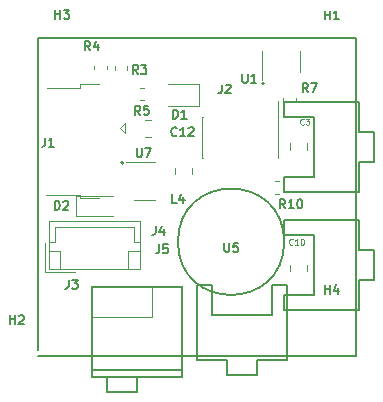
<source format=gbr>
G04 #@! TF.GenerationSoftware,KiCad,Pcbnew,(5.0.1)-rc2*
G04 #@! TF.CreationDate,2019-05-10T17:14:01-07:00*
G04 #@! TF.ProjectId,bullercounter,62756C6C6572636F756E7465722E6B69,rev?*
G04 #@! TF.SameCoordinates,Original*
G04 #@! TF.FileFunction,Legend,Top*
G04 #@! TF.FilePolarity,Positive*
%FSLAX46Y46*%
G04 Gerber Fmt 4.6, Leading zero omitted, Abs format (unit mm)*
G04 Created by KiCad (PCBNEW (5.0.1)-rc2) date 5/10/2019 5:14:01 PM*
%MOMM*%
%LPD*%
G01*
G04 APERTURE LIST*
%ADD10C,0.200000*%
%ADD11C,0.150000*%
%ADD12C,0.120000*%
%ADD13C,0.100000*%
G04 APERTURE END LIST*
D10*
X206756000Y-130048000D02*
X179832000Y-130048000D01*
X206756000Y-103124000D02*
X206756000Y-130048000D01*
X179832000Y-103124000D02*
X206756000Y-103124000D01*
X179832000Y-129540000D02*
X179832000Y-103124000D01*
D11*
G04 #@! TO.C,U5*
X200720000Y-120416000D02*
G75*
G03X200720000Y-120416000I-4500000J0D01*
G01*
G04 #@! TO.C,SW4*
X198414000Y-131655820D02*
X198414000Y-130385820D01*
X200954000Y-130385820D02*
X198414000Y-130385820D01*
X200954000Y-124035820D02*
X200954000Y-130385820D01*
X199684000Y-124035820D02*
X200954000Y-124035820D01*
X199684000Y-126575820D02*
X199684000Y-124035820D01*
X194604000Y-126575820D02*
X199684000Y-126575820D01*
X194604000Y-124035820D02*
X194604000Y-126575820D01*
X193334000Y-124035820D02*
X194604000Y-124035820D01*
X193334000Y-130385820D02*
X193334000Y-124035820D01*
X195874000Y-130385820D02*
X193334000Y-130385820D01*
X195874000Y-131655820D02*
X195874000Y-130385820D01*
X198414000Y-131655820D02*
X195874000Y-131655820D01*
G04 #@! TO.C,SW5*
X208280000Y-121142000D02*
X207010000Y-121142000D01*
X207010000Y-118602000D02*
X207010000Y-121142000D01*
X200660000Y-118602000D02*
X207010000Y-118602000D01*
X200660000Y-119872000D02*
X200660000Y-118602000D01*
X203200000Y-119872000D02*
X200660000Y-119872000D01*
X203200000Y-124952000D02*
X203200000Y-119872000D01*
X200660000Y-124952000D02*
X203200000Y-124952000D01*
X200660000Y-126222000D02*
X200660000Y-124952000D01*
X207010000Y-126222000D02*
X200660000Y-126222000D01*
X207010000Y-123682000D02*
X207010000Y-126222000D01*
X208280000Y-123682000D02*
X207010000Y-123682000D01*
X208280000Y-121142000D02*
X208280000Y-123682000D01*
G04 #@! TO.C,SW3*
X208280000Y-111109000D02*
X207010000Y-111109000D01*
X207010000Y-108569000D02*
X207010000Y-111109000D01*
X200660000Y-108569000D02*
X207010000Y-108569000D01*
X200660000Y-109839000D02*
X200660000Y-108569000D01*
X203200000Y-109839000D02*
X200660000Y-109839000D01*
X203200000Y-114919000D02*
X203200000Y-109839000D01*
X200660000Y-114919000D02*
X203200000Y-114919000D01*
X200660000Y-116189000D02*
X200660000Y-114919000D01*
X207010000Y-116189000D02*
X200660000Y-116189000D01*
X207010000Y-113649000D02*
X207010000Y-116189000D01*
X208280000Y-113649000D02*
X207010000Y-113649000D01*
X208280000Y-111109000D02*
X208280000Y-113649000D01*
D12*
G04 #@! TO.C,J1*
X183453000Y-107077000D02*
X185003000Y-107077000D01*
X183453000Y-107077000D02*
X183453000Y-107377000D01*
X180653000Y-107377000D02*
X183453000Y-107377000D01*
X183453000Y-116752000D02*
X185003000Y-116752000D01*
X183388000Y-116452000D02*
X183388000Y-116752000D01*
X180588000Y-116452000D02*
X183388000Y-116452000D01*
X187253000Y-111177000D02*
X186803000Y-110777000D01*
X187253000Y-110377000D02*
X187253000Y-111177000D01*
X186803000Y-110777000D02*
X187253000Y-110377000D01*
G04 #@! TO.C,D1*
X190862500Y-108960000D02*
X193547500Y-108960000D01*
X193547500Y-108960000D02*
X193547500Y-107040000D01*
X193547500Y-107040000D02*
X190862500Y-107040000D01*
G04 #@! TO.C,D2*
X183100000Y-116550000D02*
X186250000Y-116550000D01*
X183100000Y-118250000D02*
X186250000Y-118250000D01*
X183100000Y-116550000D02*
X183100000Y-118250000D01*
G04 #@! TO.C,J2*
X200235000Y-109835000D02*
X200235000Y-113365000D01*
X193765000Y-109835000D02*
X193765000Y-113365000D01*
X200170000Y-108510000D02*
X200170000Y-109835000D01*
X200235000Y-109835000D02*
X200170000Y-109835000D01*
X200235000Y-113365000D02*
X200170000Y-113365000D01*
X193830000Y-109835000D02*
X193765000Y-109835000D01*
X193830000Y-113365000D02*
X193765000Y-113365000D01*
G04 #@! TO.C,L4*
X192910000Y-114203922D02*
X192910000Y-114721078D01*
X191490000Y-114203922D02*
X191490000Y-114721078D01*
G04 #@! TO.C,R7*
X200658000Y-108595279D02*
X200658000Y-108269721D01*
X201678000Y-108595279D02*
X201678000Y-108269721D01*
G04 #@! TO.C,R10*
X200289279Y-115314000D02*
X199963721Y-115314000D01*
X200289279Y-116334000D02*
X199963721Y-116334000D01*
D11*
G04 #@! TO.C,U1*
X199038772Y-107020360D02*
G75*
G03X199038772Y-107020360I-113592J0D01*
G01*
D12*
X198839180Y-104240760D02*
X198839180Y-106690760D01*
X202059180Y-106040760D02*
X202059180Y-104240760D01*
G04 #@! TO.C,U7*
X188000000Y-116860000D02*
X189800000Y-116860000D01*
X189800000Y-113640000D02*
X187350000Y-113640000D01*
D11*
X187133992Y-113726000D02*
G75*
G03X187133992Y-113726000I-113592J0D01*
G01*
D12*
G04 #@! TO.C,J4*
X180778000Y-118686000D02*
X180778000Y-122706000D01*
X180778000Y-122706000D02*
X188498000Y-122706000D01*
X188498000Y-122706000D02*
X188498000Y-118686000D01*
X188498000Y-118686000D02*
X180778000Y-118686000D01*
X180778000Y-120396000D02*
X181278000Y-120396000D01*
X181278000Y-120396000D02*
X181278000Y-119186000D01*
X181278000Y-119186000D02*
X187998000Y-119186000D01*
X187998000Y-119186000D02*
X187998000Y-120396000D01*
X187998000Y-120396000D02*
X188498000Y-120396000D01*
X180778000Y-121206000D02*
X181778000Y-121206000D01*
X181778000Y-121206000D02*
X181778000Y-122706000D01*
X188498000Y-121206000D02*
X187498000Y-121206000D01*
X187498000Y-121206000D02*
X187498000Y-122706000D01*
X180478000Y-120506000D02*
X180478000Y-123006000D01*
X180478000Y-123006000D02*
X182978000Y-123006000D01*
G04 #@! TO.C,C3*
X202640000Y-112605078D02*
X202640000Y-112087922D01*
X201220000Y-112605078D02*
X201220000Y-112087922D01*
G04 #@! TO.C,C12*
X189471078Y-111560000D02*
X188953922Y-111560000D01*
X189471078Y-110140000D02*
X188953922Y-110140000D01*
G04 #@! TO.C,R3*
X187410000Y-105855279D02*
X187410000Y-105529721D01*
X186390000Y-105855279D02*
X186390000Y-105529721D01*
G04 #@! TO.C,R4*
X184656000Y-105826779D02*
X184656000Y-105501221D01*
X185676000Y-105826779D02*
X185676000Y-105501221D01*
G04 #@! TO.C,R5*
X188825279Y-107390000D02*
X188499721Y-107390000D01*
X188825279Y-108410000D02*
X188499721Y-108410000D01*
G04 #@! TO.C,SW1*
X184344000Y-124146000D02*
X184344000Y-126806000D01*
X189484000Y-124146000D02*
X184344000Y-124146000D01*
X189484000Y-126806000D02*
X184344000Y-126806000D01*
X189484000Y-124146000D02*
X189484000Y-126806000D01*
X190754000Y-124146000D02*
X192084000Y-124146000D01*
X192084000Y-124146000D02*
X192084000Y-125476000D01*
D11*
X192024000Y-124206000D02*
X192024000Y-131276000D01*
X184404000Y-124206000D02*
X192024000Y-124206000D01*
X184404000Y-124206000D02*
X184404000Y-131276000D01*
X184404000Y-131276000D02*
X192024000Y-131276000D01*
X192024000Y-131826000D02*
X192024000Y-130556000D01*
X192024000Y-130556000D02*
X192024000Y-131826000D01*
X192024000Y-131826000D02*
X184404000Y-131826000D01*
X184404000Y-131826000D02*
X184404000Y-130556000D01*
X184404000Y-130556000D02*
X184404000Y-131826000D01*
X185674000Y-131826000D02*
X185674000Y-133096000D01*
X185674000Y-133096000D02*
X186944000Y-133096000D01*
X186944000Y-133096000D02*
X188214000Y-133096000D01*
X188214000Y-133096000D02*
X188214000Y-131826000D01*
D12*
G04 #@! TO.C,C10*
X201220000Y-122862078D02*
X201220000Y-122344922D01*
X202640000Y-122862078D02*
X202640000Y-122344922D01*
G04 #@! TO.C,U5*
D11*
X195648571Y-120505285D02*
X195648571Y-121112428D01*
X195684285Y-121183857D01*
X195720000Y-121219571D01*
X195791428Y-121255285D01*
X195934285Y-121255285D01*
X196005714Y-121219571D01*
X196041428Y-121183857D01*
X196077142Y-121112428D01*
X196077142Y-120505285D01*
X196791428Y-120505285D02*
X196434285Y-120505285D01*
X196398571Y-120862428D01*
X196434285Y-120826714D01*
X196505714Y-120791000D01*
X196684285Y-120791000D01*
X196755714Y-120826714D01*
X196791428Y-120862428D01*
X196827142Y-120933857D01*
X196827142Y-121112428D01*
X196791428Y-121183857D01*
X196755714Y-121219571D01*
X196684285Y-121255285D01*
X196505714Y-121255285D01*
X196434285Y-121219571D01*
X196398571Y-121183857D01*
G04 #@! TO.C,J1*
X180463000Y-111616285D02*
X180463000Y-112152000D01*
X180427285Y-112259142D01*
X180355857Y-112330571D01*
X180248714Y-112366285D01*
X180177285Y-112366285D01*
X181213000Y-112366285D02*
X180784428Y-112366285D01*
X180998714Y-112366285D02*
X180998714Y-111616285D01*
X180927285Y-111723428D01*
X180855857Y-111794857D01*
X180784428Y-111830571D01*
G04 #@! TO.C,D1*
X191308928Y-109989285D02*
X191308928Y-109239285D01*
X191487500Y-109239285D01*
X191594642Y-109275000D01*
X191666071Y-109346428D01*
X191701785Y-109417857D01*
X191737500Y-109560714D01*
X191737500Y-109667857D01*
X191701785Y-109810714D01*
X191666071Y-109882142D01*
X191594642Y-109953571D01*
X191487500Y-109989285D01*
X191308928Y-109989285D01*
X192451785Y-109989285D02*
X192023214Y-109989285D01*
X192237500Y-109989285D02*
X192237500Y-109239285D01*
X192166071Y-109346428D01*
X192094642Y-109417857D01*
X192023214Y-109453571D01*
G04 #@! TO.C,D2*
X181297728Y-117707605D02*
X181297728Y-116957605D01*
X181476300Y-116957605D01*
X181583442Y-116993320D01*
X181654871Y-117064748D01*
X181690585Y-117136177D01*
X181726300Y-117279034D01*
X181726300Y-117386177D01*
X181690585Y-117529034D01*
X181654871Y-117600462D01*
X181583442Y-117671891D01*
X181476300Y-117707605D01*
X181297728Y-117707605D01*
X182012014Y-117029034D02*
X182047728Y-116993320D01*
X182119157Y-116957605D01*
X182297728Y-116957605D01*
X182369157Y-116993320D01*
X182404871Y-117029034D01*
X182440585Y-117100462D01*
X182440585Y-117171891D01*
X182404871Y-117279034D01*
X181976300Y-117707605D01*
X182440585Y-117707605D01*
G04 #@! TO.C,J2*
X195441760Y-107102405D02*
X195441760Y-107638120D01*
X195406045Y-107745262D01*
X195334617Y-107816691D01*
X195227474Y-107852405D01*
X195156045Y-107852405D01*
X195763188Y-107173834D02*
X195798902Y-107138120D01*
X195870331Y-107102405D01*
X196048902Y-107102405D01*
X196120331Y-107138120D01*
X196156045Y-107173834D01*
X196191760Y-107245262D01*
X196191760Y-107316691D01*
X196156045Y-107423834D01*
X195727474Y-107852405D01*
X196191760Y-107852405D01*
G04 #@! TO.C,L4*
X191611980Y-117120865D02*
X191254837Y-117120865D01*
X191254837Y-116370865D01*
X192183408Y-116620865D02*
X192183408Y-117120865D01*
X192004837Y-116335151D02*
X191826265Y-116870865D01*
X192290551Y-116870865D01*
G04 #@! TO.C,R7*
X202721940Y-107763505D02*
X202471940Y-107406362D01*
X202293368Y-107763505D02*
X202293368Y-107013505D01*
X202579082Y-107013505D01*
X202650511Y-107049220D01*
X202686225Y-107084934D01*
X202721940Y-107156362D01*
X202721940Y-107263505D01*
X202686225Y-107334934D01*
X202650511Y-107370648D01*
X202579082Y-107406362D01*
X202293368Y-107406362D01*
X202971940Y-107013505D02*
X203471940Y-107013505D01*
X203150511Y-107763505D01*
G04 #@! TO.C,R10*
X200812857Y-117580605D02*
X200562857Y-117223462D01*
X200384285Y-117580605D02*
X200384285Y-116830605D01*
X200670000Y-116830605D01*
X200741428Y-116866320D01*
X200777142Y-116902034D01*
X200812857Y-116973462D01*
X200812857Y-117080605D01*
X200777142Y-117152034D01*
X200741428Y-117187748D01*
X200670000Y-117223462D01*
X200384285Y-117223462D01*
X201527142Y-117580605D02*
X201098571Y-117580605D01*
X201312857Y-117580605D02*
X201312857Y-116830605D01*
X201241428Y-116937748D01*
X201170000Y-117009177D01*
X201098571Y-117044891D01*
X201991428Y-116830605D02*
X202062857Y-116830605D01*
X202134285Y-116866320D01*
X202170000Y-116902034D01*
X202205714Y-116973462D01*
X202241428Y-117116320D01*
X202241428Y-117294891D01*
X202205714Y-117437748D01*
X202170000Y-117509177D01*
X202134285Y-117544891D01*
X202062857Y-117580605D01*
X201991428Y-117580605D01*
X201920000Y-117544891D01*
X201884285Y-117509177D01*
X201848571Y-117437748D01*
X201812857Y-117294891D01*
X201812857Y-117116320D01*
X201848571Y-116973462D01*
X201884285Y-116902034D01*
X201920000Y-116866320D01*
X201991428Y-116830605D01*
G04 #@! TO.C,U1*
X197187891Y-106208325D02*
X197187891Y-106815468D01*
X197223605Y-106886897D01*
X197259320Y-106922611D01*
X197330748Y-106958325D01*
X197473605Y-106958325D01*
X197545034Y-106922611D01*
X197580748Y-106886897D01*
X197616462Y-106815468D01*
X197616462Y-106208325D01*
X198366462Y-106958325D02*
X197937891Y-106958325D01*
X198152177Y-106958325D02*
X198152177Y-106208325D01*
X198080748Y-106315468D01*
X198009320Y-106386897D01*
X197937891Y-106422611D01*
G04 #@! TO.C,U7*
X188231851Y-112504985D02*
X188231851Y-113112128D01*
X188267565Y-113183557D01*
X188303280Y-113219271D01*
X188374708Y-113254985D01*
X188517565Y-113254985D01*
X188588994Y-113219271D01*
X188624708Y-113183557D01*
X188660422Y-113112128D01*
X188660422Y-112504985D01*
X188946137Y-112504985D02*
X189446137Y-112504985D01*
X189124708Y-113254985D01*
G04 #@! TO.C,J4*
X189838520Y-119083585D02*
X189838520Y-119619300D01*
X189802805Y-119726442D01*
X189731377Y-119797871D01*
X189624234Y-119833585D01*
X189552805Y-119833585D01*
X190517091Y-119333585D02*
X190517091Y-119833585D01*
X190338520Y-119047871D02*
X190159948Y-119583585D01*
X190624234Y-119583585D01*
G04 #@! TO.C,C3*
D13*
X202377526Y-110447591D02*
X202353717Y-110471400D01*
X202282288Y-110495210D01*
X202234669Y-110495210D01*
X202163240Y-110471400D01*
X202115621Y-110423781D01*
X202091812Y-110376162D01*
X202068002Y-110280924D01*
X202068002Y-110209496D01*
X202091812Y-110114258D01*
X202115621Y-110066639D01*
X202163240Y-110019020D01*
X202234669Y-109995210D01*
X202282288Y-109995210D01*
X202353717Y-110019020D01*
X202377526Y-110042829D01*
X202544193Y-109995210D02*
X202853717Y-109995210D01*
X202687050Y-110185686D01*
X202758479Y-110185686D01*
X202806098Y-110209496D01*
X202829907Y-110233305D01*
X202853717Y-110280924D01*
X202853717Y-110399972D01*
X202829907Y-110447591D01*
X202806098Y-110471400D01*
X202758479Y-110495210D01*
X202615621Y-110495210D01*
X202568002Y-110471400D01*
X202544193Y-110447591D01*
G04 #@! TO.C,C12*
D11*
X191612977Y-111400477D02*
X191577262Y-111436191D01*
X191470120Y-111471905D01*
X191398691Y-111471905D01*
X191291548Y-111436191D01*
X191220120Y-111364762D01*
X191184405Y-111293334D01*
X191148691Y-111150477D01*
X191148691Y-111043334D01*
X191184405Y-110900477D01*
X191220120Y-110829048D01*
X191291548Y-110757620D01*
X191398691Y-110721905D01*
X191470120Y-110721905D01*
X191577262Y-110757620D01*
X191612977Y-110793334D01*
X192327262Y-111471905D02*
X191898691Y-111471905D01*
X192112977Y-111471905D02*
X192112977Y-110721905D01*
X192041548Y-110829048D01*
X191970120Y-110900477D01*
X191898691Y-110936191D01*
X192612977Y-110793334D02*
X192648691Y-110757620D01*
X192720120Y-110721905D01*
X192898691Y-110721905D01*
X192970120Y-110757620D01*
X193005834Y-110793334D01*
X193041548Y-110864762D01*
X193041548Y-110936191D01*
X193005834Y-111043334D01*
X192577262Y-111471905D01*
X193041548Y-111471905D01*
G04 #@! TO.C,R3*
X188343000Y-106206485D02*
X188093000Y-105849342D01*
X187914428Y-106206485D02*
X187914428Y-105456485D01*
X188200142Y-105456485D01*
X188271571Y-105492200D01*
X188307285Y-105527914D01*
X188343000Y-105599342D01*
X188343000Y-105706485D01*
X188307285Y-105777914D01*
X188271571Y-105813628D01*
X188200142Y-105849342D01*
X187914428Y-105849342D01*
X188593000Y-105456485D02*
X189057285Y-105456485D01*
X188807285Y-105742200D01*
X188914428Y-105742200D01*
X188985857Y-105777914D01*
X189021571Y-105813628D01*
X189057285Y-105885057D01*
X189057285Y-106063628D01*
X189021571Y-106135057D01*
X188985857Y-106170771D01*
X188914428Y-106206485D01*
X188700142Y-106206485D01*
X188628714Y-106170771D01*
X188593000Y-106135057D01*
G04 #@! TO.C,R4*
X184301860Y-104184645D02*
X184051860Y-103827502D01*
X183873288Y-104184645D02*
X183873288Y-103434645D01*
X184159002Y-103434645D01*
X184230431Y-103470360D01*
X184266145Y-103506074D01*
X184301860Y-103577502D01*
X184301860Y-103684645D01*
X184266145Y-103756074D01*
X184230431Y-103791788D01*
X184159002Y-103827502D01*
X183873288Y-103827502D01*
X184944717Y-103684645D02*
X184944717Y-104184645D01*
X184766145Y-103398931D02*
X184587574Y-103934645D01*
X185051860Y-103934645D01*
G04 #@! TO.C,R5*
X188537500Y-109669285D02*
X188287500Y-109312142D01*
X188108928Y-109669285D02*
X188108928Y-108919285D01*
X188394642Y-108919285D01*
X188466071Y-108955000D01*
X188501785Y-108990714D01*
X188537500Y-109062142D01*
X188537500Y-109169285D01*
X188501785Y-109240714D01*
X188466071Y-109276428D01*
X188394642Y-109312142D01*
X188108928Y-109312142D01*
X189216071Y-108919285D02*
X188858928Y-108919285D01*
X188823214Y-109276428D01*
X188858928Y-109240714D01*
X188930357Y-109205000D01*
X189108928Y-109205000D01*
X189180357Y-109240714D01*
X189216071Y-109276428D01*
X189251785Y-109347857D01*
X189251785Y-109526428D01*
X189216071Y-109597857D01*
X189180357Y-109633571D01*
X189108928Y-109669285D01*
X188930357Y-109669285D01*
X188858928Y-109633571D01*
X188823214Y-109597857D01*
G04 #@! TO.C,J5*
X190138240Y-120643145D02*
X190138240Y-121178860D01*
X190102525Y-121286002D01*
X190031097Y-121357431D01*
X189923954Y-121393145D01*
X189852525Y-121393145D01*
X190852525Y-120643145D02*
X190495382Y-120643145D01*
X190459668Y-121000288D01*
X190495382Y-120964574D01*
X190566811Y-120928860D01*
X190745382Y-120928860D01*
X190816811Y-120964574D01*
X190852525Y-121000288D01*
X190888240Y-121071717D01*
X190888240Y-121250288D01*
X190852525Y-121321717D01*
X190816811Y-121357431D01*
X190745382Y-121393145D01*
X190566811Y-121393145D01*
X190495382Y-121357431D01*
X190459668Y-121321717D01*
G04 #@! TO.C,H1*
X204148571Y-101589285D02*
X204148571Y-100839285D01*
X204148571Y-101196428D02*
X204577142Y-101196428D01*
X204577142Y-101589285D02*
X204577142Y-100839285D01*
X205327142Y-101589285D02*
X204898571Y-101589285D01*
X205112857Y-101589285D02*
X205112857Y-100839285D01*
X205041428Y-100946428D01*
X204970000Y-101017857D01*
X204898571Y-101053571D01*
G04 #@! TO.C,H2*
X177505431Y-127382465D02*
X177505431Y-126632465D01*
X177505431Y-126989608D02*
X177934002Y-126989608D01*
X177934002Y-127382465D02*
X177934002Y-126632465D01*
X178255431Y-126703894D02*
X178291145Y-126668180D01*
X178362574Y-126632465D01*
X178541145Y-126632465D01*
X178612574Y-126668180D01*
X178648288Y-126703894D01*
X178684002Y-126775322D01*
X178684002Y-126846751D01*
X178648288Y-126953894D01*
X178219717Y-127382465D01*
X178684002Y-127382465D01*
G04 #@! TO.C,H3*
X181348571Y-101539285D02*
X181348571Y-100789285D01*
X181348571Y-101146428D02*
X181777142Y-101146428D01*
X181777142Y-101539285D02*
X181777142Y-100789285D01*
X182062857Y-100789285D02*
X182527142Y-100789285D01*
X182277142Y-101075000D01*
X182384285Y-101075000D01*
X182455714Y-101110714D01*
X182491428Y-101146428D01*
X182527142Y-101217857D01*
X182527142Y-101396428D01*
X182491428Y-101467857D01*
X182455714Y-101503571D01*
X182384285Y-101539285D01*
X182170000Y-101539285D01*
X182098571Y-101503571D01*
X182062857Y-101467857D01*
G04 #@! TO.C,H4*
X204167811Y-124807685D02*
X204167811Y-124057685D01*
X204167811Y-124414828D02*
X204596382Y-124414828D01*
X204596382Y-124807685D02*
X204596382Y-124057685D01*
X205274954Y-124307685D02*
X205274954Y-124807685D01*
X205096382Y-124021971D02*
X204917811Y-124557685D01*
X205382097Y-124557685D01*
G04 #@! TO.C,J3*
X182469980Y-123637805D02*
X182469980Y-124173520D01*
X182434265Y-124280662D01*
X182362837Y-124352091D01*
X182255694Y-124387805D01*
X182184265Y-124387805D01*
X182755694Y-123637805D02*
X183219980Y-123637805D01*
X182969980Y-123923520D01*
X183077122Y-123923520D01*
X183148551Y-123959234D01*
X183184265Y-123994948D01*
X183219980Y-124066377D01*
X183219980Y-124244948D01*
X183184265Y-124316377D01*
X183148551Y-124352091D01*
X183077122Y-124387805D01*
X182862837Y-124387805D01*
X182791408Y-124352091D01*
X182755694Y-124316377D01*
G04 #@! TO.C,C10*
D13*
X201433311Y-120625371D02*
X201409501Y-120649180D01*
X201338073Y-120672990D01*
X201290454Y-120672990D01*
X201219025Y-120649180D01*
X201171406Y-120601561D01*
X201147597Y-120553942D01*
X201123787Y-120458704D01*
X201123787Y-120387276D01*
X201147597Y-120292038D01*
X201171406Y-120244419D01*
X201219025Y-120196800D01*
X201290454Y-120172990D01*
X201338073Y-120172990D01*
X201409501Y-120196800D01*
X201433311Y-120220609D01*
X201909501Y-120672990D02*
X201623787Y-120672990D01*
X201766644Y-120672990D02*
X201766644Y-120172990D01*
X201719025Y-120244419D01*
X201671406Y-120292038D01*
X201623787Y-120315847D01*
X202219025Y-120172990D02*
X202266644Y-120172990D01*
X202314263Y-120196800D01*
X202338073Y-120220609D01*
X202361882Y-120268228D01*
X202385692Y-120363466D01*
X202385692Y-120482514D01*
X202361882Y-120577752D01*
X202338073Y-120625371D01*
X202314263Y-120649180D01*
X202266644Y-120672990D01*
X202219025Y-120672990D01*
X202171406Y-120649180D01*
X202147597Y-120625371D01*
X202123787Y-120577752D01*
X202099978Y-120482514D01*
X202099978Y-120363466D01*
X202123787Y-120268228D01*
X202147597Y-120220609D01*
X202171406Y-120196800D01*
X202219025Y-120172990D01*
G04 #@! TD*
M02*

</source>
